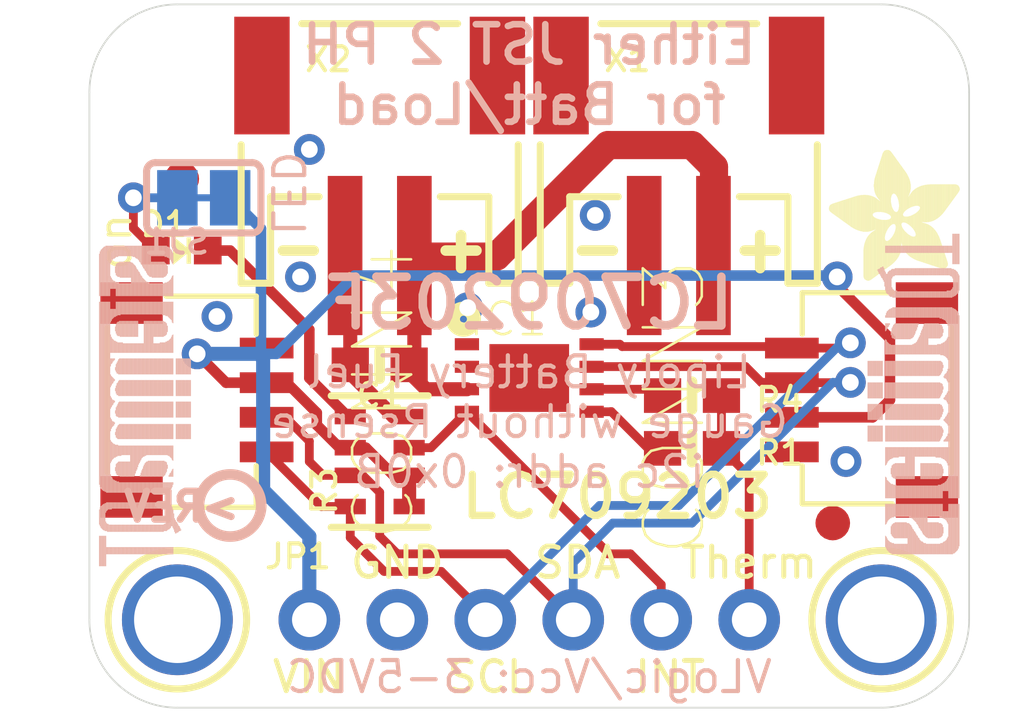
<source format=kicad_pcb>
(kicad_pcb (version 20211014) (generator pcbnew)
  (layers (0 "F.Cu" signal) (31 "B.Cu" signal) (34 "B.Paste" user) (35 "F.Paste" user) (36 "B.SilkS" user "B.Silkscreen") (37 "F.SilkS" user "F.Silkscreen") (38 "B.Mask" user) (39 "F.Mask" user) (44 "Edge.Cuts" user))
  (net 0 "")
  (net 1 "GND")
  (net 2 "SDA")
  (net 3 "SCL")
  (net 4 "INT")
  (net 5 "VCC")
  (net 6 "TSENSE")
  (net 7 "TSW")
  (net 8 "VBAT")
  (net 9 "THERM")
  (net 10 "N$1")
  (net 11 "N$2")
  (footprint "boardEagle:WDFN8_3X4_0.65" (layer "F.Cu") (at 148.5011 105.6386)
    (fp_text reference "IC1" (at -1.8 -1.7) (layer "F.SilkS") (effects (font (size 0.941222 0.941222) (thickness 0.074778)) (justify left)))
    (fp_text value "LC709203F")
    (pad "1" smd rect (at -1.8 -0.975) (size 0.7 0.35) (layers "F.Cu" "F.Paste" "F.Mask") (net 1 "GND"))
    (pad "2" smd rect (at -1.8 -0.325) (size 0.7 0.35) (layers "F.Cu" "F.Paste" "F.Mask") (net 1 "GND"))
    (pad "3" smd rect (at -1.8 0.325) (size 0.7 0.35) (layers "F.Cu" "F.Paste" "F.Mask") (net 8 "VBAT"))
    (pad "4" smd rect (at -1.8 0.975) (size 0.7 0.35) (layers "F.Cu" "F.Paste" "F.Mask") (net 4 "INT"))
    (pad "5" smd rect (at 1.8 0.975) (size 0.7 0.35) (layers "F.Cu" "F.Paste" "F.Mask") (net 7 "TSW"))
    (pad "6" smd rect (at 1.8 0.325) (size 0.7 0.35) (layers "F.Cu" "F.Paste" "F.Mask") (net 6 "TSENSE"))
    (pad "7" smd rect (at 1.8 -0.325) (size 0.7 0.35) (layers "F.Cu" "F.Paste" "F.Mask") (net 2 "SDA"))
    (pad "8" smd rect (at 1.8 -0.975) (size 0.7 0.35) (layers "F.Cu" "F.Paste" "F.Mask") (net 3 "SCL"))
    (pad "P$9" smd rect (at 0 0 90) (size 1.96 2.3) (layers "F.Cu" "F.Mask"))
  )
  (footprint "boardEagle:FIDUCIAL_1MM" (layer "F.Cu") (at 138.4681 99.8855)
    (fp_text reference "FID4" hide)
    (fp_text value "FIDUCIAL_1MM" hide)
    (pad "1" smd roundrect (at 0 0) (size 1 1) (layers "F.Cu" "F.Mask") (roundrect_rratio 0.5))
  )
  (footprint "boardEagle:CHIPLED_0603_NOOUTLINE" (layer "F.Cu") (at 138.4681 101.9556 -90)
    (fp_text reference "D1" (at -0.762 1.27) (layer "F.SilkS") (effects (font (size 0.692831 0.692831) (thickness 0.119969)) (justify left)))
    (fp_text value "GREEN")
    (pad "A" smd rect (at 0 0.75 270) (size 0.8 0.8) (layers "F.Cu" "F.Paste" "F.Mask") (net 11 "N$2"))
    (pad "C" smd rect (at 0 -0.75 270) (size 0.8 0.8) (layers "F.Cu" "F.Paste" "F.Mask") (net 10 "N$1"))
  )
  (footprint "" (layer "F.Cu") (at 138.3411 97.3836)
    (fp_text reference "@HOLE0" hide)
    (fp_text value "" (at 0 0) (layer "F.SilkS") (effects (font (size 1.27 1.27))))
    (pad "" np_thru_hole circle (at 0 0) (size 2.54 2.54) (drill 2.54) (layers *.Cu *.Mask))
  )
  (footprint "boardEagle:JSTPH2_BATT" (layer "F.Cu") (at 152.8191 98.3996)
    (fp_text reference "X1" (at -2.2225 -1.9685) (layer "F.SilkS") (effects (font (size 0.692831 0.692831) (thickness 0.119969)) (justify left)))
    (fp_text value "JST 2 PH")
    (pad "1" smd rect (at -1 3.7) (size 1 4.6) (layers "F.Cu" "F.Paste" "F.Mask") (net 1 "GND"))
    (pad "2" smd rect (at 1 3.7) (size 1 4.6) (layers "F.Cu" "F.Paste" "F.Mask") (net 8 "VBAT"))
    (pad "NC1" smd rect (at -3.4 -1.5 90) (size 3.4 1.6) (layers "F.Cu" "F.Paste" "F.Mask"))
    (pad "NC2" smd rect (at 3.4 -1.5 90) (size 3.4 1.6) (layers "F.Cu" "F.Paste" "F.Mask"))
  )
  (footprint "boardEagle:ADAFRUIT_3.5MM" (layer "F.Cu") (at 160.9471 102.8446 90)
    (fp_text reference "U$22" hide)
    (fp_text value "" hide)
  )
  (footprint "boardEagle:JSTPH2_BATT" (layer "F.Cu") (at 144.1831 98.3996)
    (fp_text reference "X2" (at -2.2225 -1.9685) (layer "F.SilkS") (effects (font (size 0.692831 0.692831) (thickness 0.119969)) (justify left)))
    (fp_text value "JST 2 PH")
    (pad "1" smd rect (at -1 3.7) (size 1 4.6) (layers "F.Cu" "F.Paste" "F.Mask") (net 1 "GND"))
    (pad "2" smd rect (at 1 3.7) (size 1 4.6) (layers "F.Cu" "F.Paste" "F.Mask") (net 8 "VBAT"))
    (pad "NC1" smd rect (at -3.4 -1.5 90) (size 3.4 1.6) (layers "F.Cu" "F.Paste" "F.Mask"))
    (pad "NC2" smd rect (at 3.4 -1.5 90) (size 3.4 1.6) (layers "F.Cu" "F.Paste" "F.Mask"))
  )
  (footprint "boardEagle:MOUNTINGHOLE_2.5_PLATED" (layer "F.Cu") (at 158.6611 112.6236)
    (fp_text reference "U$21" hide)
    (fp_text value "MOUNTINGHOLE2.5" hide)
    (pad "P$1" thru_hole circle (at 0 0) (size 3.2 3.2) (drill 2.5) (layers *.Cu *.Mask))
  )
  (footprint "boardEagle:MOUNTINGHOLE_2.5_PLATED" (layer "F.Cu") (at 138.3411 112.6236)
    (fp_text reference "U$19" hide)
    (fp_text value "MOUNTINGHOLE2.5" hide)
    (pad "P$1" thru_hole circle (at 0 0) (size 3.2 3.2) (drill 2.5) (layers *.Cu *.Mask))
  )
  (footprint "boardEagle:0603-NO" (layer "F.Cu") (at 153.2001 107.6706)
    (fp_text reference "R1" (at 1.778 0.127) (layer "F.SilkS") (effects (font (size 0.692831 0.692831) (thickness 0.119969)) (justify left)))
    (fp_text value "10K")
    (pad "1" smd rect (at -0.85 0) (size 1.075 1) (layers "F.Cu" "F.Paste" "F.Mask") (net 7 "TSW"))
    (pad "2" smd rect (at 0.85 0) (size 1.075 1) (layers "F.Cu" "F.Paste" "F.Mask") (net 9 "THERM"))
  )
  (footprint "boardEagle:FIDUCIAL_1MM" (layer "F.Cu") (at 157.2641 109.8296)
    (fp_text reference "FID3" hide)
    (fp_text value "FIDUCIAL_1MM" hide)
    (pad "1" smd roundrect (at 0 0) (size 1 1) (layers "F.Cu" "F.Mask") (roundrect_rratio 0.5))
  )
  (footprint "boardEagle:1X06_ROUND_70" (layer "F.Cu") (at 148.5011 112.6236)
    (fp_text reference "JP1" (at -7.6962 -1.8288) (layer "F.SilkS") (effects (font (size 0.692831 0.692831) (thickness 0.119969)) (justify left)))
    (fp_text value "")
    (pad "1" thru_hole circle (at -6.35 0 90) (size 1.778 1.778) (drill 1) (layers *.Cu *.Mask) (net 5 "VCC"))
    (pad "2" thru_hole circle (at -3.81 0 90) (size 1.778 1.778) (drill 1) (layers *.Cu *.Mask) (net 1 "GND"))
    (pad "3" thru_hole circle (at -1.27 0 90) (size 1.778 1.778) (drill 1) (layers *.Cu *.Mask) (net 3 "SCL"))
    (pad "4" thru_hole circle (at 1.27 0 90) (size 1.778 1.778) (drill 1) (layers *.Cu *.Mask) (net 2 "SDA"))
    (pad "5" thru_hole circle (at 3.81 0 90) (size 1.778 1.778) (drill 1) (layers *.Cu *.Mask) (net 4 "INT"))
    (pad "6" thru_hole circle (at 6.35 0 90) (size 1.778 1.778) (drill 1) (layers *.Cu *.Mask) (net 9 "THERM"))
  )
  (footprint "" (layer "F.Cu") (at 158.6611 97.3836)
    (fp_text reference "@HOLE1" hide)
    (fp_text value "" (at 0 0) (layer "F.SilkS") (effects (font (size 1.27 1.27))))
    (pad "" np_thru_hole circle (at 0 0) (size 2.54 2.54) (drill 2.54) (layers *.Cu *.Mask))
  )
  (footprint "boardEagle:RESPACK_4X0603" (layer "F.Cu") (at 144.1831 108.0516 90)
    (fp_text reference "R3" (at -1.6 -1.6 90) (layer "F.SilkS") (effects (font (size 0.692831 0.692831) (thickness 0.119969)) (justify left)))
    (fp_text value "10K")
    (pad "1" smd rect (at -1.3 0.85 90) (size 0.45 0.9) (layers "F.Cu" "F.Paste" "F.Mask") (net 5 "VCC"))
    (pad "2" smd rect (at -0.4 0.85 90) (size 0.45 0.9) (layers "F.Cu" "F.Paste" "F.Mask") (net 5 "VCC"))
    (pad "3" smd rect (at 0.4 0.85 90) (size 0.45 0.9) (layers "F.Cu" "F.Paste" "F.Mask") (net 4 "INT"))
    (pad "4" smd rect (at 1.3 0.85 90) (size 0.45 0.9) (layers "F.Cu" "F.Paste" "F.Mask") (net 1 "GND"))
    (pad "5" smd rect (at 1.3 -0.85 90) (size 0.45 0.9) (layers "F.Cu" "F.Paste" "F.Mask") (net 10 "N$1"))
    (pad "6" smd rect (at 0.4 -0.85 90) (size 0.45 0.9) (layers "F.Cu" "F.Paste" "F.Mask") (net 5 "VCC"))
    (pad "7" smd rect (at -0.4 -0.85 90) (size 0.45 0.9) (layers "F.Cu" "F.Paste" "F.Mask") (net 2 "SDA"))
    (pad "8" smd rect (at -1.3 -0.85 90) (size 0.45 0.9) (layers "F.Cu" "F.Paste" "F.Mask") (net 3 "SCL"))
  )
  (footprint "boardEagle:JST_SH4" (layer "F.Cu") (at 138.4046 106.2736 -90)
    (fp_text reference "CONN4" (at -4.6 -5.9 90) (layer "F.SilkS") (effects (font (size 1.703222 1.703222) (thickness 0.074778)) (justify right)))
    (fp_text value "STEMMA_I2C_QT" hide)
    (pad "1" smd rect (at -1.5 -2.514) (size 1.55 0.6) (layers "F.Cu" "F.Paste" "F.Mask") (net 1 "GND"))
    (pad "2" smd rect (at -0.5 -2.514) (size 1.55 0.6) (layers "F.Cu" "F.Paste" "F.Mask") (net 5 "VCC"))
    (pad "3" smd rect (at 0.5 -2.514) (size 1.55 0.6) (layers "F.Cu" "F.Paste" "F.Mask") (net 2 "SDA"))
    (pad "4" smd rect (at 1.5 -2.514) (size 1.55 0.6) (layers "F.Cu" "F.Paste" "F.Mask") (net 3 "SCL"))
    (pad "MT1" smd rect (at -2.8 1.386) (size 1.8 1.2) (layers "F.Cu" "F.Paste" "F.Mask"))
    (pad "MT2" smd rect (at 2.8 1.386) (size 1.8 1.2) (layers "F.Cu" "F.Paste" "F.Mask"))
  )
  (footprint "boardEagle:0603-NO" (layer "F.Cu") (at 144.1831 105.2576 180)
    (fp_text reference "C1" (at -0.762 -0.889) (layer "F.SilkS") (effects (font (size 0.692831 0.692831) (thickness 0.119969)) (justify right)))
    (fp_text value "1uF")
    (pad "1" smd rect (at -0.85 0 180) (size 1.075 1) (layers "F.Cu" "F.Paste" "F.Mask") (net 8 "VBAT"))
    (pad "2" smd rect (at 0.85 0 180) (size 1.075 1) (layers "F.Cu" "F.Paste" "F.Mask") (net 1 "GND"))
  )
  (footprint "boardEagle:JST_SH4" (layer "F.Cu") (at 158.5976 106.2736 90)
    (fp_text reference "CONN3" (at -4.6 -5.9 90) (layer "F.SilkS") (effects (font (size 1.703222 1.703222) (thickness 0.074778)) (justify left)))
    (fp_text value "STEMMA_I2C_QT" hide)
    (pad "1" smd rect (at -1.5 -2.514 180) (size 1.55 0.6) (layers "F.Cu" "F.Paste" "F.Mask") (net 1 "GND"))
    (pad "2" smd rect (at -0.5 -2.514 180) (size 1.55 0.6) (layers "F.Cu" "F.Paste" "F.Mask") (net 5 "VCC"))
    (pad "3" smd rect (at 0.5 -2.514 180) (size 1.55 0.6) (layers "F.Cu" "F.Paste" "F.Mask") (net 2 "SDA"))
    (pad "4" smd rect (at 1.5 -2.514 180) (size 1.55 0.6) (layers "F.Cu" "F.Paste" "F.Mask") (net 3 "SCL"))
    (pad "MT1" smd rect (at -2.8 1.386 180) (size 1.8 1.2) (layers "F.Cu" "F.Paste" "F.Mask"))
    (pad "MT2" smd rect (at 2.8 1.386 180) (size 1.8 1.2) (layers "F.Cu" "F.Paste" "F.Mask"))
  )
  (footprint "boardEagle:0603-NO" (layer "F.Cu") (at 153.2001 106.1466)
    (fp_text reference "R4" (at 1.778 0.127) (layer "F.SilkS") (effects (font (size 0.692831 0.692831) (thickness 0.119969)) (justify left)))
    (fp_text value "100")
    (pad "1" smd rect (at -0.85 0) (size 1.075 1) (layers "F.Cu" "F.Paste" "F.Mask") (net 6 "TSENSE"))
    (pad "2" smd rect (at 0.85 0) (size 1.075 1) (layers "F.Cu" "F.Paste" "F.Mask") (net 9 "THERM"))
  )
  (footprint "boardEagle:STEMMAQT" (layer "B.Cu") (at 158.2801 110.7186 90)
    (fp_text reference "U$30" hide)
    (fp_text value "" hide)
  )
  (footprint "boardEagle:PCBFEAT-REV-040" (layer "B.Cu") (at 139.8651 109.3216 180)
    (fp_text reference "U$25" hide)
    (fp_text value "" hide)
    (fp_text user ">REV" (at -0.3556 -0.508) (layer "B.SilkS") (effects (font (size 0.8128 0.8128) (thickness 0.2032)) (justify left bottom mirror)))
  )
  (footprint "boardEagle:SOLDERJUMPER_CLOSEDWIRE" (layer "B.Cu") (at 139.1031 100.4316)
    (fp_text reference "SJ1" (at -1.778 1.27) (layer "B.SilkS") (effects (font (size 0.692831 0.692831) (thickness 0.119969)) (justify right mirror)))
    (fp_text value "")
    (pad "1" smd rect (at -0.762 0) (size 1.1684 1.6002) (layers "B.Cu") (net 11 "N$2"))
    (pad "2" smd rect (at 0.762 0) (size 1.1684 1.6002) (layers "B.Cu") (net 5 "VCC"))
    (pad "WIRE" smd rect (at 0 0 180) (size 0.635 0.2032) (layers "B.Cu"))
  )
  (footprint "boardEagle:STEMMAQT" (layer "B.Cu") (at 138.7221 101.8286 -90)
    (fp_text reference "U$31" hide)
    (fp_text value "" hide)
  )
  (gr_line (start 138.3411 115.1636) (end 158.6611 115.1636) (layer "Edge.Cuts") (width 0.05))
  (gr_line (start 158.6611 94.8436) (end 138.3411 94.8436) (layer "Edge.Cuts") (width 0.05))
  (gr_arc (start 158.6611 94.8436) (mid 160.457151 95.587549) (end 161.2011 97.3836) (layer "Edge.Cuts") (width 0.05))
  (gr_arc (start 161.2011 112.6236) (mid 160.457151 114.419651) (end 158.6611 115.1636) (layer "Edge.Cuts") (width 0.05))
  (gr_line (start 161.2011 112.6236) (end 161.2011 97.3836) (layer "Edge.Cuts") (width 0.05))
  (gr_arc (start 138.3411 115.1636) (mid 136.545049 114.419651) (end 135.8011 112.6236) (layer "Edge.Cuts") (width 0.05))
  (gr_line (start 135.8011 97.3836) (end 135.8011 112.6236) (layer "Edge.Cuts") (width 0.05))
  (gr_arc (start 135.8011 97.3836) (mid 136.545049 95.587549) (end 138.3411 94.8436) (layer "Edge.Cuts") (width 0.05))
  (gr_text "Either JST 2 PH\nfor Batt/Load" (at 148.5011 96.8756) (layer "B.SilkS") (effects (font (size 1.0795 1.0795) (thickness 0.1905)) (justify mirror)))
  (gr_text "LED" (at 141.5161 100.3046 -90) (layer "B.SilkS") (effects (font (size 0.89408 0.89408) (thickness 0.12192)) (justify mirror)))
  (gr_text "LC709203F" (at 148.5011 103.4796) (layer "B.SilkS") (effects (font (size 1.40335 1.40335) (thickness 0.24765)) (justify mirror)))
  (gr_text "Lipoly Battery Fuel\nGauge without Rsense\ni2c addr: 0x0B" (at 148.5011 106.9086) (layer "B.SilkS") (effects (font (size 0.89408 0.89408) (thickness 0.12192)) (justify mirror)))
  (gr_text "VLogic/Vcc: 3-5VDC" (at 148.5011 114.2746) (layer "B.SilkS") (effects (font (size 0.89408 0.89408) (thickness 0.12192)) (justify mirror)))
  (gr_text "VIN" (at 142.1511 114.2746) (layer "F.SilkS") (effects (font (size 0.87376 0.87376) (thickness 0.14224))))
  (gr_text "GND" (at 144.6911 110.9726) (layer "F.SilkS") (effects (font (size 0.87376 0.87376) (thickness 0.14224))))
  (gr_text "SDA" (at 149.8981 110.9726) (layer "F.SilkS") (effects (font (size 0.87376 0.87376) (thickness 0.14224))))
  (gr_text "LC709203" (at 151.0411 109.0676) (layer "F.SilkS") (effects (font (size 1.18745 1.18745) (thickness 0.20955))))
  (gr_text "SCL" (at 147.3581 114.2746) (layer "F.SilkS") (effects (font (size 0.87376 0.87376) (thickness 0.14224))))
  (gr_text "Therm" (at 154.8511 110.9726) (layer "F.SilkS") (effects (font (size 0.87376 0.87376) (thickness 0.14224))))
  (gr_text "INT" (at 152.5651 114.2746) (layer "F.SilkS") (effects (font (size 0.87376 0.87376) (thickness 0.14224))))
  (gr_text "on" (at 137.0711 102.5906 90) (layer "F.SilkS") (effects (font (size 0.89408 0.89408) (thickness 0.12192)) (justify left bottom)))
  (segment (start 145.0331 106.7516) (end 144.582837 106.7516) (width 0.4064) (layer "F.Cu") (net 1))
  (segment (start 143.3331 102.2496) (end 143.1831 102.0996) (width 0.4064) (layer "F.Cu") (net 1))
  (segment (start 143.3331 105.2576) (end 143.3331 102.2496) (width 0.4064) (layer "F.Cu") (net 1))
  (segment (start 143.3331 105.501863) (end 143.3331 105.2576) (width 0.4064) (layer "F.Cu") (net 1))
  (segment (start 144.582837 106.7516) (end 143.3331 105.501863) (width 0.4064) (layer "F.Cu") (net 1))
  (via (at 157.6451 108.0516) (size 0.889) (drill 0.4826) (layers "F.Cu" "B.Cu") (net 1))
  (via (at 142.1511 99.0346) (size 0.889) (drill 0.4826) (layers "F.Cu" "B.Cu") (net 1))
  (via (at 150.2791 103.7336) (size 0.889) (drill 0.4826) (layers "F.Cu" "B.Cu") (net 1))
  (via (at 146.7231 103.6066) (size 0.889) (drill 0.4826) (layers "F.Cu" "B.Cu") (net 1))
  (via (at 141.8971 102.7176) (size 0.889) (drill 0.4826) (layers "F.Cu" "B.Cu") (net 1))
  (via (at 150.4061 100.9396) (size 0.889) (drill 0.4826) (layers "F.Cu" "B.Cu") (net 1))
  (via (at 139.4841 103.8606) (size 0.889) (drill 0.4826) (layers "F.Cu" "B.Cu") (net 1))
  (segment (start 156.0756 105.7656) (end 156.0836 105.7736) (width 0.254) (layer "F.Cu") (net 2))
  (segment (start 157.7641 105.7736) (end 157.7721 105.7656) (width 0.254) (layer "F.Cu") (net 2))
  (segment (start 154.7461 105.3086) (end 155.2031 105.7656) (width 0.254) (layer "F.Cu") (net 2))
  (segment (start 143.3331 108.4516) (end 143.6941 108.4516) (width 0.254) (layer "F.Cu") (net 2))
  (segment (start 154.7461 105.3086) (end 150.3061 105.3086) (width 0.254) (layer "F.Cu") (net 2))
  (segment (start 144.1831 108.9406) (end 144.1831 110.2106) (width 0.254) (layer "F.Cu") (net 2))
  (segment (start 156.0756 105.7656) (end 155.2031 105.7656) (width 0.254) (layer "F.Cu") (net 2))
  (segment (start 144.1831 110.2106) (end 144.6911 110.7186) (width 0.254) (layer "F.Cu") (net 2))
  (segment (start 142.5511 108.4516) (end 143.3331 108.4516) (width 0.254) (layer "F.Cu") (net 2))
  (segment (start 156.0836 105.7736) (end 157.7641 105.7736) (width 0.254) (layer "F.Cu") (net 2))
  (segment (start 142.1511 107.464125) (end 142.1511 108.0516) (width 0.254) (layer "F.Cu") (net 2))
  (segment (start 143.6941 108.4516) (end 144.1831 108.9406) (width 0.254) (layer "F.Cu") (net 2))
  (segment (start 141.460575 106.7736) (end 142.1511 107.464125) (width 0.254) (layer "F.Cu") (net 2))
  (segment (start 150.3011 105.3136) (end 150.3061 105.3086) (width 0.254) (layer "F.Cu") (net 2))
  (segment (start 140.9186 106.7736) (end 141.460575 106.7736) (width 0.254) (layer "F.Cu") (net 2))
  (segment (start 147.8661 110.7186) (end 149.7711 112.6236) (width 0.254) (layer "F.Cu") (net 2))
  (segment (start 142.1511 108.0516) (end 142.5511 108.4516) (width 0.254) (layer "F.Cu") (net 2))
  (segment (start 144.6911 110.7186) (end 147.8661 110.7186) (width 0.254) (layer "F.Cu") (net 2))
  (via (at 157.7721 105.7656) (size 0.889) (drill 0.4826) (layers "F.Cu" "B.Cu") (net 2))
  (segment (start 153.2001 109.8296) (end 150.9141 109.8296) (width 0.254) (layer "B.Cu") (net 2))
  (segment (start 150.9141 109.8296) (end 149.7711 110.9726) (width 0.254) (layer "B.Cu") (net 2))
  (segment (start 149.7711 112.6236) (end 149.7711 110.9726) (width 0.254) (layer "B.Cu") (net 2))
  (segment (start 157.2641 105.7656) (end 153.2001 109.8296) (width 0.254) (layer "B.Cu") (net 2))
  (segment (start 157.7721 105.7656) (end 157.2641 105.7656) (width 0.254) (layer "B.Cu") (net 2))
  (segment (start 156.0398 104.7298) (end 156.0836 104.7736) (width 0.254) (layer "F.Cu") (net 3))
  (segment (start 157.7721 104.6226) (end 157.6211 104.7736) (width 0.254) (layer "F.Cu") (net 3))
  (segment (start 145.9611 111.2266) (end 147.2311 112.4966) (width 0.254) (layer "F.Cu") (net 3))
  (segment (start 156.0836 104.7736) (end 157.6211 104.7736) (width 0.254) (layer "F.Cu") (net 3))
  (segment (start 144.3101 111.2266) (end 145.9611 111.2266) (width 0.254) (layer "F.Cu") (net 3))
  (segment (start 140.9186 107.7736) (end 142.4966 109.3516) (width 0.254) (layer "F.Cu") (net 3))
  (segment (start 150.3011 104.6636) (end 151.116125 104.6636) (width 0.254) (layer "F.Cu") (net 3))
  (segment (start 151.116125 104.6636) (end 151.182325 104.7298) (width 0.254) (layer "F.Cu") (net 3))
  (segment (start 151.182325 104.7298) (end 156.0398 104.7298) (width 0.254) (layer "F.Cu") (net 3))
  (segment (start 142.4966 109.3516) (end 143.3331 109.3516) (width 0.254) (layer "F.Cu") (net 3))
  (segment (start 143.3331 110.2496) (end 144.3101 111.2266) (width 0.254) (layer "F.Cu") (net 3))
  (segment (start 147.2311 112.4966) (end 147.2311 112.6236) (width 0.254) (layer "F.Cu") (net 3))
  (segment (start 143.3331 109.3516) (end 143.3331 110.2496) (width 0.254) (layer "F.Cu") (net 3))
  (via (at 157.7721 104.6226) (size 0.889) (drill 0.4826) (layers "F.Cu" "B.Cu") (net 3))
  (segment (start 152.8191 109.3216) (end 150.5331 109.3216) (width 0.254) (layer "B.Cu") (net 3))
  (segment (start 157.5181 104.6226) (end 152.8191 109.3216) (width 0.254) (layer "B.Cu") (net 3))
  (segment (start 157.7721 104.6226) (end 157.5181 104.6226) (width 0.254) (layer "B.Cu") (net 3))
  (segment (start 147.2311 112.6236) (end 150.5331 109.3216) (width 0.254) (layer "B.Cu") (net 3))
  (segment (start 150.7651 110.7186) (end 151.4221 110.7186) (width 0.254) (layer "F.Cu") (net 4))
  (segment (start 150.7601 110.6726) (end 150.7651 110.6726) (width 0.254) (layer "F.Cu") (net 4))
  (segment (start 146.7011 106.6136) (end 145.6631 107.6516) (width 0.254) (layer "F.Cu") (net 4))
  (segment (start 145.6631 107.6516) (end 145.0331 107.6516) (width 0.254) (layer "F.Cu") (net 4))
  (segment (start 152.3111 111.6076) (end 152.3111 112.6236) (width 0.254) (layer "F.Cu") (net 4))
  (segment (start 150.7651 110.6726) (end 150.7651 110.7186) (width 0.254) (layer "F.Cu") (net 4))
  (segment (start 151.4221 110.7186) (end 152.3111 111.6076) (width 0.254) (layer "F.Cu") (net 4))
  (segment (start 146.7011 106.6136) (end 150.7601 110.6726) (width 0.254) (layer "F.Cu") (net 4))
  (segment (start 141.496493 105.7736) (end 142.3667 106.643807) (width 0.3048) (layer "F.Cu") (net 5))
  (segment (start 142.3667 106.997225) (end 143.021075 107.6516) (width 0.3048) (layer "F.Cu") (net 5))
  (segment (start 158.9151 106.2736) (end 158.9151 104.4956) (width 0.3048) (layer "F.Cu") (net 5))
  (segment (start 143.7831 107.6516) (end 144.5831 108.4516) (width 0.3048) (layer "F.Cu") (net 5))
  (segment (start 140.9186 105.7736) (end 141.496493 105.7736) (width 0.3048) (layer "F.Cu") (net 5))
  (segment (start 145.0331 108.4516) (end 145.0331 109.3516) (width 0.4064) (layer "F.Cu") (net 5))
  (segment (start 158.9151 104.4956) (end 157.3911 102.9716) (width 0.3048) (layer "F.Cu") (net 5))
  (segment (start 142.3667 106.643807) (end 142.3667 106.997225) (width 0.3048) (layer "F.Cu") (net 5))
  (segment (start 157.3911 102.9716) (end 157.3911 102.7176) (width 0.3048) (layer "F.Cu") (net 5))
  (segment (start 158.4151 106.7736) (end 158.9151 106.2736) (width 0.3048) (layer "F.Cu") (net 5))
  (segment (start 144.5831 108.4516) (end 145.0331 108.4516) (width 0.3048) (layer "F.Cu") (net 5))
  (segment (start 139.7461 105.7736) (end 140.9186 105.7736) (width 0.3048) (layer "F.Cu") (net 5))
  (segment (start 138.9126 104.9401) (end 139.7461 105.7736) (width 0.3048) (layer "F.Cu") (net 5))
  (segment (start 143.3331 107.6516) (end 143.7831 107.6516) (width 0.3048) (layer "F.Cu") (net 5))
  (segment (start 156.0836 106.7736) (end 158.4151 106.7736) (width 0.3048) (layer "F.Cu") (net 5))
  (segment (start 143.021075 107.6516) (end 143.3331 107.6516) (width 0.3048) (layer "F.Cu") (net 5))
  (via (at 138.9126 104.9401) (size 0.889) (drill 0.4826) (layers "F.Cu" "B.Cu") (net 5))
  (via (at 157.3911 102.7176) (size 0.889) (drill 0.4826) (layers "F.Cu" "B.Cu") (net 5))
  (segment (start 142.1511 110.2106) (end 140.8176 108.8771) (width 0.4064) (layer "B.Cu") (net 5))
  (segment (start 141.1986 104.9401) (end 140.6271 104.9401) (width 0.3048) (layer "B.Cu") (net 5))
  (segment (start 157.353 102.6795) (end 143.4592 102.6795) (width 0.3048) (layer "B.Cu") (net 5))
  (segment (start 140.6271 104.9401) (end 138.9126 104.9401) (width 0.3048) (layer "B.Cu") (net 5))
  (segment (start 140.8176 105.0671) (end 140.6906 104.9401) (width 0.4064) (layer "B.Cu") (net 5))
  (segment (start 140.7541 104.8131) (end 140.6271 104.9401) (width 0.3048) (layer "B.Cu") (net 5))
  (segment (start 157.3911 102.7176) (end 157.353 102.6795) (width 0.3048) (layer "B.Cu") (net 5))
  (segment (start 143.4592 102.6795) (end 141.1986 104.9401) (width 0.3048) (layer "B.Cu") (net 5))
  (segment (start 140.8176 105.0671) (end 140.8176 108.8771) (width 0.4064) (layer "B.Cu") (net 5))
  (segment (start 142.1511 112.6236) (end 142.1511 110.2106) (width 0.4064) (layer "B.Cu") (net 5))
  (segment (start 138.9126 104.9401) (end 140.6906 104.9401) (width 0.4064) (layer "B.Cu") (net 5))
  (segment (start 139.8651 100.4316) (end 140.7541 101.3206) (width 0.3048) (layer "B.Cu") (net 5))
  (segment (start 140.7541 101.3206) (end 140.7541 104.8131) (width 0.3048) (layer "B.Cu") (net 5))
  (segment (start 152.1571 105.9636) (end 152.1621 105.9586) (width 0.254) (layer "F.Cu") (net 6))
  (segment (start 152.1621 105.9586) (end 152.3501 106.1466) (width 0.254) (layer "F.Cu") (net 6))
  (segment (start 150.3011 105.9636) (end 152.1571 105.9636) (width 0.254) (layer "F.Cu") (net 6))
  (segment (start 151.9301 107.6706) (end 152.3501 107.6706) (width 0.254) (layer "F.Cu") (net 7))
  (segment (start 150.8631 106.6136) (end 150.8681 106.6086) (width 0.254) (layer "F.Cu") (net 7))
  (segment (start 150.8681 106.6086) (end 151.9301 107.6706) (width 0.254) (layer "F.Cu") (net 7))
  (segment (start 150.3011 106.6136) (end 150.8631 106.6136) (width 0.254) (layer "F.Cu") (net 7))
  (segment (start 145.5241 105.9636) (end 146.7011 105.9636) (width 0.4064) (layer "F.Cu") (net 8))
  (segment (start 145.1831 105.6226) (end 145.5241 105.9636) (width 0.4064) (layer "F.Cu") (net 8))
  (segment (start 145.1831 105.1076) (end 145.0331 105.2576) (width 0.4064) (layer "F.Cu") (net 8))
  (segment (start 153.2001 98.9076) (end 153.8351 99.5426) (width 0.8128) (layer "F.Cu") (net 8))
  (segment (start 145.1831 102.0996) (end 145.2137 102.1302) (width 0.8128) (layer "F.Cu") (net 8))
  (segment (start 153.8351 102.0836) (end 153.8191 102.0996) (width 0.8128) (layer "F.Cu") (net 8))
  (segment (start 147.550606 102.1302) (end 145.2137 102.1302) (width 0.8128) (layer "F.Cu") (net 8))
  (segment (start 150.773206 98.9076) (end 153.2001 98.9076) (width 0.8128) (layer "F.Cu") (net 8))
  (segment (start 145.1831 102.0996) (end 145.1831 105.1076) (width 0.4064) (layer "F.Cu") (net 8))
  (segment (start 145.1831 105.1076) (end 145.1831 105.6226) (width 0.4064) (layer "F.Cu") (net 8))
  (segment (start 147.550606 102.1302) (end 150.773206 98.9076) (width 0.8128) (layer "F.Cu") (net 8))
  (segment (start 153.8351 99.5426) (end 153.8351 102.0836) (width 0.8128) (layer "F.Cu") (net 8))
  (segment (start 154.8511 108.4716) (end 154.8511 112.6236) (width 0.254) (layer "F.Cu") (net 9))
  (segment (start 154.0501 107.6706) (end 154.8511 108.4716) (width 0.254) (layer "F.Cu") (net 9))
  (segment (start 154.0501 106.1466) (end 154.0501 107.6706) (width 0.254) (layer "F.Cu") (net 9))
  (segment (start 143.2641 106.7516) (end 143.3331 106.7516) (width 0.3048) (layer "F.Cu") (net 10))
  (segment (start 139.2181 101.9556) (end 139.8651 101.9556) (width 0.3048) (layer "F.Cu") (net 10))
  (segment (start 142.1511 104.2416) (end 142.1511 105.6386) (width 0.3048) (layer "F.Cu") (net 10))
  (segment (start 142.1511 104.2416) (end 139.8651 101.9556) (width 0.3048) (layer "F.Cu") (net 10))
  (segment (start 142.1511 105.6386) (end 143.2641 106.7516) (width 0.3048) (layer "F.Cu") (net 10))
  (segment (start 137.7181 101.9556) (end 137.0711 101.3086) (width 0.254) (layer "F.Cu") (net 11))
  (segment (start 137.0711 100.4316) (end 137.0711 101.3086) (width 0.254) (layer "F.Cu") (net 11))
  (via (at 137.0711 100.4316) (size 0.889) (drill 0.4826) (layers "F.Cu" "B.Cu") (net 11))
  (segment (start 138.3411 100.4316) (end 137.0711 100.4316) (width 0.254) (layer "B.Cu") (net 11))
)
</source>
